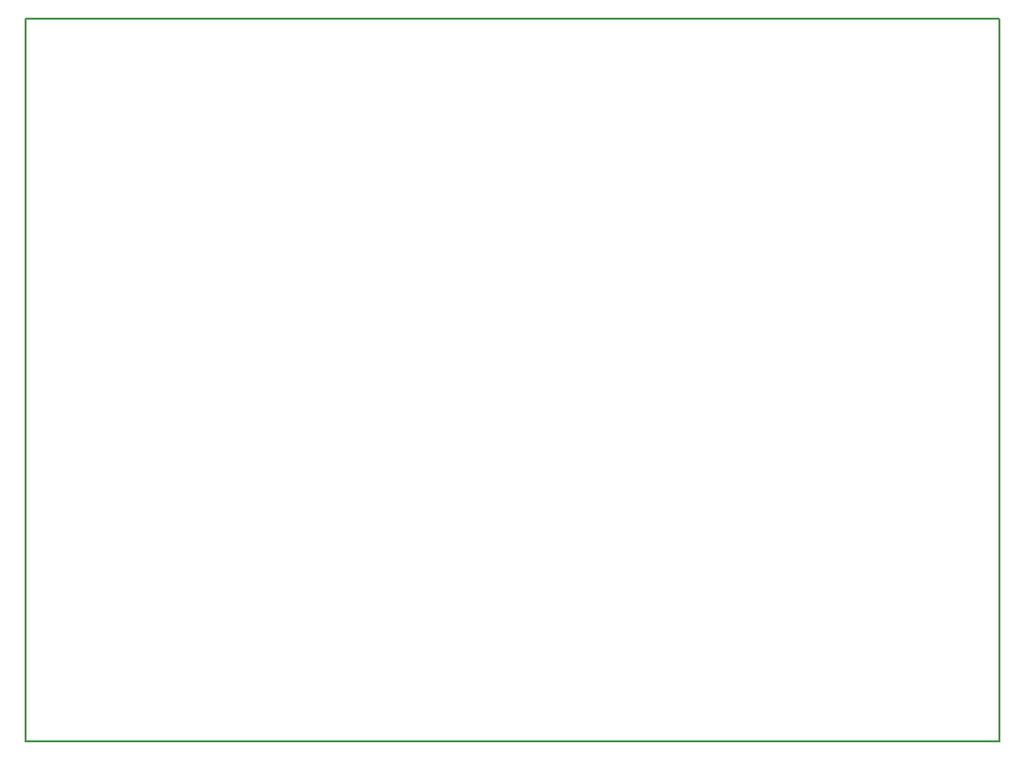
<source format=gm1>
G04 #@! TF.GenerationSoftware,KiCad,Pcbnew,(5.0.0-3-g5ebb6b6)*
G04 #@! TF.CreationDate,2018-09-15T08:18:07-04:00*
G04 #@! TF.ProjectId,picdev,7069636465762E6B696361645F706362,rev?*
G04 #@! TF.SameCoordinates,Original*
G04 #@! TF.FileFunction,Profile,NP*
%FSLAX46Y46*%
G04 Gerber Fmt 4.6, Leading zero omitted, Abs format (unit mm)*
G04 Created by KiCad (PCBNEW (5.0.0-3-g5ebb6b6)) date Saturday, September 15, 2018 at 08:18:07 AM*
%MOMM*%
%LPD*%
G01*
G04 APERTURE LIST*
%ADD10C,0.150000*%
G04 APERTURE END LIST*
D10*
X119380000Y-48260000D02*
X119380000Y-110490000D01*
X119380000Y-110490000D02*
X203200000Y-110490000D01*
X203200000Y-48260000D02*
X203200000Y-110490000D01*
X119380000Y-48260000D02*
X203200000Y-48260000D01*
M02*

</source>
